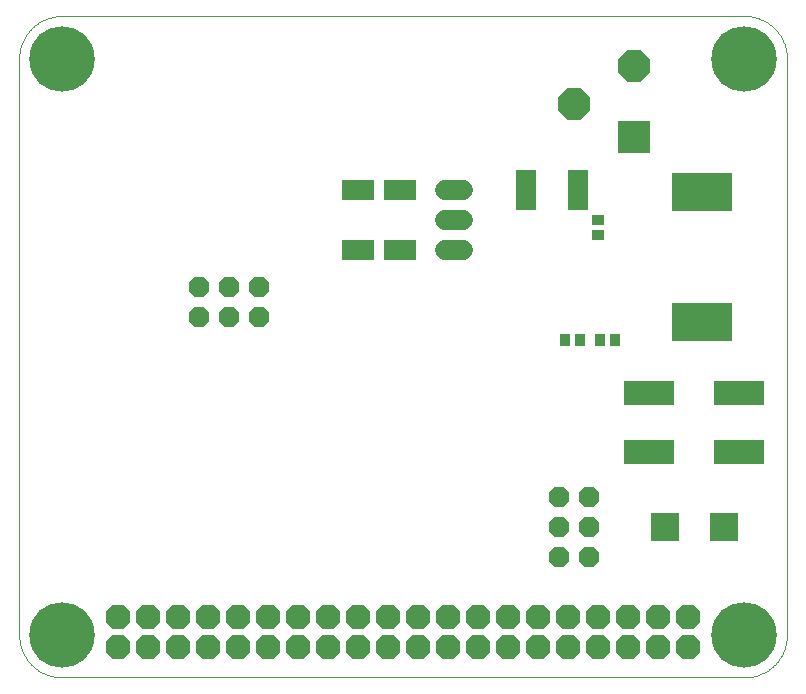
<source format=gts>
G75*
%MOIN*%
%OFA0B0*%
%FSLAX25Y25*%
%IPPOS*%
%LPD*%
%AMOC8*
5,1,8,0,0,1.08239X$1,22.5*
%
%ADD10C,0.00000*%
%ADD11C,0.21800*%
%ADD12R,0.06902X0.13792*%
%ADD13C,0.06800*%
%ADD14R,0.11036X0.07099*%
%ADD15R,0.16548X0.07887*%
%ADD16R,0.20485X0.12611*%
%ADD17R,0.04343X0.03556*%
%ADD18R,0.03556X0.04343*%
%ADD19R,0.09400X0.09400*%
%ADD20R,0.10800X0.10800*%
%ADD21OC8,0.10800*%
%ADD22OC8,0.08200*%
%ADD23OC8,0.06800*%
D10*
X0015673Y0004109D02*
X0243232Y0004109D01*
X0243574Y0004113D01*
X0243917Y0004126D01*
X0244259Y0004146D01*
X0244600Y0004175D01*
X0244940Y0004212D01*
X0245280Y0004258D01*
X0245618Y0004311D01*
X0245955Y0004373D01*
X0246290Y0004443D01*
X0246624Y0004521D01*
X0246955Y0004607D01*
X0247285Y0004701D01*
X0247612Y0004803D01*
X0247936Y0004912D01*
X0248258Y0005030D01*
X0248577Y0005155D01*
X0248892Y0005288D01*
X0249205Y0005429D01*
X0249513Y0005577D01*
X0249819Y0005732D01*
X0250120Y0005895D01*
X0250417Y0006065D01*
X0250710Y0006242D01*
X0250999Y0006427D01*
X0251283Y0006618D01*
X0251563Y0006816D01*
X0251837Y0007020D01*
X0252107Y0007232D01*
X0252371Y0007449D01*
X0252630Y0007673D01*
X0252884Y0007904D01*
X0253132Y0008140D01*
X0253374Y0008382D01*
X0253610Y0008630D01*
X0253841Y0008884D01*
X0254065Y0009143D01*
X0254282Y0009407D01*
X0254494Y0009677D01*
X0254698Y0009951D01*
X0254896Y0010231D01*
X0255087Y0010515D01*
X0255272Y0010804D01*
X0255449Y0011097D01*
X0255619Y0011394D01*
X0255782Y0011695D01*
X0255937Y0012001D01*
X0256085Y0012309D01*
X0256226Y0012622D01*
X0256359Y0012937D01*
X0256484Y0013256D01*
X0256602Y0013578D01*
X0256711Y0013902D01*
X0256813Y0014229D01*
X0256907Y0014559D01*
X0256993Y0014890D01*
X0257071Y0015224D01*
X0257141Y0015559D01*
X0257203Y0015896D01*
X0257256Y0016234D01*
X0257302Y0016574D01*
X0257339Y0016914D01*
X0257368Y0017255D01*
X0257388Y0017597D01*
X0257401Y0017940D01*
X0257405Y0018282D01*
X0257406Y0018282D02*
X0257406Y0210408D01*
X0257405Y0210408D02*
X0257401Y0210750D01*
X0257388Y0211093D01*
X0257368Y0211435D01*
X0257339Y0211776D01*
X0257302Y0212116D01*
X0257256Y0212456D01*
X0257203Y0212794D01*
X0257141Y0213131D01*
X0257071Y0213466D01*
X0256993Y0213800D01*
X0256907Y0214131D01*
X0256813Y0214461D01*
X0256711Y0214788D01*
X0256602Y0215112D01*
X0256484Y0215434D01*
X0256359Y0215753D01*
X0256226Y0216068D01*
X0256085Y0216381D01*
X0255937Y0216689D01*
X0255782Y0216995D01*
X0255619Y0217296D01*
X0255449Y0217593D01*
X0255272Y0217886D01*
X0255087Y0218175D01*
X0254896Y0218459D01*
X0254698Y0218739D01*
X0254494Y0219013D01*
X0254282Y0219283D01*
X0254065Y0219547D01*
X0253841Y0219806D01*
X0253610Y0220060D01*
X0253374Y0220308D01*
X0253132Y0220550D01*
X0252884Y0220786D01*
X0252630Y0221017D01*
X0252371Y0221241D01*
X0252107Y0221458D01*
X0251837Y0221670D01*
X0251563Y0221874D01*
X0251283Y0222072D01*
X0250999Y0222263D01*
X0250710Y0222448D01*
X0250417Y0222625D01*
X0250120Y0222795D01*
X0249819Y0222958D01*
X0249513Y0223113D01*
X0249205Y0223261D01*
X0248892Y0223402D01*
X0248577Y0223535D01*
X0248258Y0223660D01*
X0247936Y0223778D01*
X0247612Y0223887D01*
X0247285Y0223989D01*
X0246955Y0224083D01*
X0246624Y0224169D01*
X0246290Y0224247D01*
X0245955Y0224317D01*
X0245618Y0224379D01*
X0245280Y0224432D01*
X0244940Y0224478D01*
X0244600Y0224515D01*
X0244259Y0224544D01*
X0243917Y0224564D01*
X0243574Y0224577D01*
X0243232Y0224581D01*
X0015673Y0224581D01*
X0015331Y0224577D01*
X0014988Y0224564D01*
X0014646Y0224544D01*
X0014305Y0224515D01*
X0013965Y0224478D01*
X0013625Y0224432D01*
X0013287Y0224379D01*
X0012950Y0224317D01*
X0012615Y0224247D01*
X0012281Y0224169D01*
X0011950Y0224083D01*
X0011620Y0223989D01*
X0011293Y0223887D01*
X0010969Y0223778D01*
X0010647Y0223660D01*
X0010328Y0223535D01*
X0010013Y0223402D01*
X0009700Y0223261D01*
X0009392Y0223113D01*
X0009086Y0222958D01*
X0008785Y0222795D01*
X0008488Y0222625D01*
X0008195Y0222448D01*
X0007906Y0222263D01*
X0007622Y0222072D01*
X0007342Y0221874D01*
X0007068Y0221670D01*
X0006798Y0221458D01*
X0006534Y0221241D01*
X0006275Y0221017D01*
X0006021Y0220786D01*
X0005773Y0220550D01*
X0005531Y0220308D01*
X0005295Y0220060D01*
X0005064Y0219806D01*
X0004840Y0219547D01*
X0004623Y0219283D01*
X0004411Y0219013D01*
X0004207Y0218739D01*
X0004009Y0218459D01*
X0003818Y0218175D01*
X0003633Y0217886D01*
X0003456Y0217593D01*
X0003286Y0217296D01*
X0003123Y0216995D01*
X0002968Y0216689D01*
X0002820Y0216381D01*
X0002679Y0216068D01*
X0002546Y0215753D01*
X0002421Y0215434D01*
X0002303Y0215112D01*
X0002194Y0214788D01*
X0002092Y0214461D01*
X0001998Y0214131D01*
X0001912Y0213800D01*
X0001834Y0213466D01*
X0001764Y0213131D01*
X0001702Y0212794D01*
X0001649Y0212456D01*
X0001603Y0212116D01*
X0001566Y0211776D01*
X0001537Y0211435D01*
X0001517Y0211093D01*
X0001504Y0210750D01*
X0001500Y0210408D01*
X0001500Y0018282D01*
X0001504Y0017940D01*
X0001517Y0017597D01*
X0001537Y0017255D01*
X0001566Y0016914D01*
X0001603Y0016574D01*
X0001649Y0016234D01*
X0001702Y0015896D01*
X0001764Y0015559D01*
X0001834Y0015224D01*
X0001912Y0014890D01*
X0001998Y0014559D01*
X0002092Y0014229D01*
X0002194Y0013902D01*
X0002303Y0013578D01*
X0002421Y0013256D01*
X0002546Y0012937D01*
X0002679Y0012622D01*
X0002820Y0012309D01*
X0002968Y0012001D01*
X0003123Y0011695D01*
X0003286Y0011394D01*
X0003456Y0011097D01*
X0003633Y0010804D01*
X0003818Y0010515D01*
X0004009Y0010231D01*
X0004207Y0009951D01*
X0004411Y0009677D01*
X0004623Y0009407D01*
X0004840Y0009143D01*
X0005064Y0008884D01*
X0005295Y0008630D01*
X0005531Y0008382D01*
X0005773Y0008140D01*
X0006021Y0007904D01*
X0006275Y0007673D01*
X0006534Y0007449D01*
X0006798Y0007232D01*
X0007068Y0007020D01*
X0007342Y0006816D01*
X0007622Y0006618D01*
X0007906Y0006427D01*
X0008195Y0006242D01*
X0008488Y0006065D01*
X0008785Y0005895D01*
X0009086Y0005732D01*
X0009392Y0005577D01*
X0009700Y0005429D01*
X0010013Y0005288D01*
X0010328Y0005155D01*
X0010647Y0005030D01*
X0010969Y0004912D01*
X0011293Y0004803D01*
X0011620Y0004701D01*
X0011950Y0004607D01*
X0012281Y0004521D01*
X0012615Y0004443D01*
X0012950Y0004373D01*
X0013287Y0004311D01*
X0013625Y0004258D01*
X0013965Y0004212D01*
X0014305Y0004175D01*
X0014646Y0004146D01*
X0014988Y0004126D01*
X0015331Y0004113D01*
X0015673Y0004109D01*
D11*
X0015673Y0018282D03*
X0015673Y0210408D03*
X0243232Y0210408D03*
X0243232Y0018282D03*
D12*
X0187602Y0166609D03*
X0170398Y0166609D03*
D13*
X0149500Y0166609D02*
X0143500Y0166609D01*
X0143500Y0156609D02*
X0149500Y0156609D01*
X0149500Y0146609D02*
X0143500Y0146609D01*
D14*
X0128587Y0146609D03*
X0114413Y0146609D03*
X0114413Y0166609D03*
X0128587Y0166609D03*
D15*
X0211500Y0098951D03*
X0211500Y0079266D03*
X0241500Y0079266D03*
X0241500Y0098951D03*
D16*
X0229000Y0122455D03*
X0229000Y0165762D03*
D17*
X0194531Y0156668D03*
X0194531Y0151550D03*
D18*
X0195122Y0116609D03*
X0200240Y0116609D03*
X0188528Y0116609D03*
X0183409Y0116609D03*
D19*
X0216815Y0054109D03*
X0236500Y0054109D03*
D20*
X0206500Y0184109D03*
D21*
X0186500Y0195359D03*
X0206500Y0207859D03*
D22*
X0204441Y0024117D03*
X0194441Y0024117D03*
X0184441Y0024117D03*
X0174441Y0024117D03*
X0164441Y0024117D03*
X0154441Y0024117D03*
X0144441Y0024117D03*
X0134441Y0024117D03*
X0124441Y0024117D03*
X0114441Y0024117D03*
X0104441Y0024117D03*
X0094441Y0024117D03*
X0084441Y0024117D03*
X0074441Y0024117D03*
X0064441Y0024117D03*
X0054441Y0024117D03*
X0044441Y0024117D03*
X0034441Y0024117D03*
X0034441Y0014117D03*
X0044441Y0014117D03*
X0054441Y0014117D03*
X0064441Y0014117D03*
X0074441Y0014117D03*
X0084441Y0014117D03*
X0094441Y0014117D03*
X0104441Y0014117D03*
X0114441Y0014117D03*
X0124441Y0014117D03*
X0134441Y0014117D03*
X0144441Y0014117D03*
X0154441Y0014117D03*
X0164441Y0014117D03*
X0174441Y0014117D03*
X0184441Y0014117D03*
X0194441Y0014117D03*
X0204441Y0014117D03*
X0214441Y0014117D03*
X0224441Y0014117D03*
X0224441Y0024117D03*
X0214441Y0024117D03*
D23*
X0191500Y0044109D03*
X0181500Y0044109D03*
X0181500Y0054109D03*
X0191500Y0054109D03*
X0191500Y0064109D03*
X0181500Y0064109D03*
X0081500Y0124109D03*
X0071500Y0124109D03*
X0061500Y0124109D03*
X0061500Y0134109D03*
X0071500Y0134109D03*
X0081500Y0134109D03*
M02*

</source>
